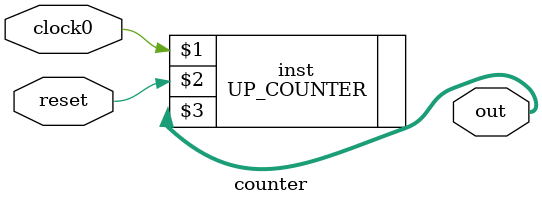
<source format=v>
module counter (input wire clock0, input wire reset, output wire [3:0] out);

   
   UP_COUNTER inst (clock0, reset, out);
   
   
endmodule

</source>
